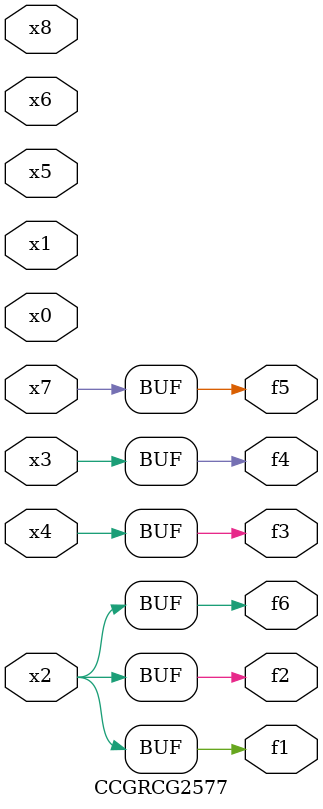
<source format=v>
module CCGRCG2577(
	input x0, x1, x2, x3, x4, x5, x6, x7, x8,
	output f1, f2, f3, f4, f5, f6
);
	assign f1 = x2;
	assign f2 = x2;
	assign f3 = x4;
	assign f4 = x3;
	assign f5 = x7;
	assign f6 = x2;
endmodule

</source>
